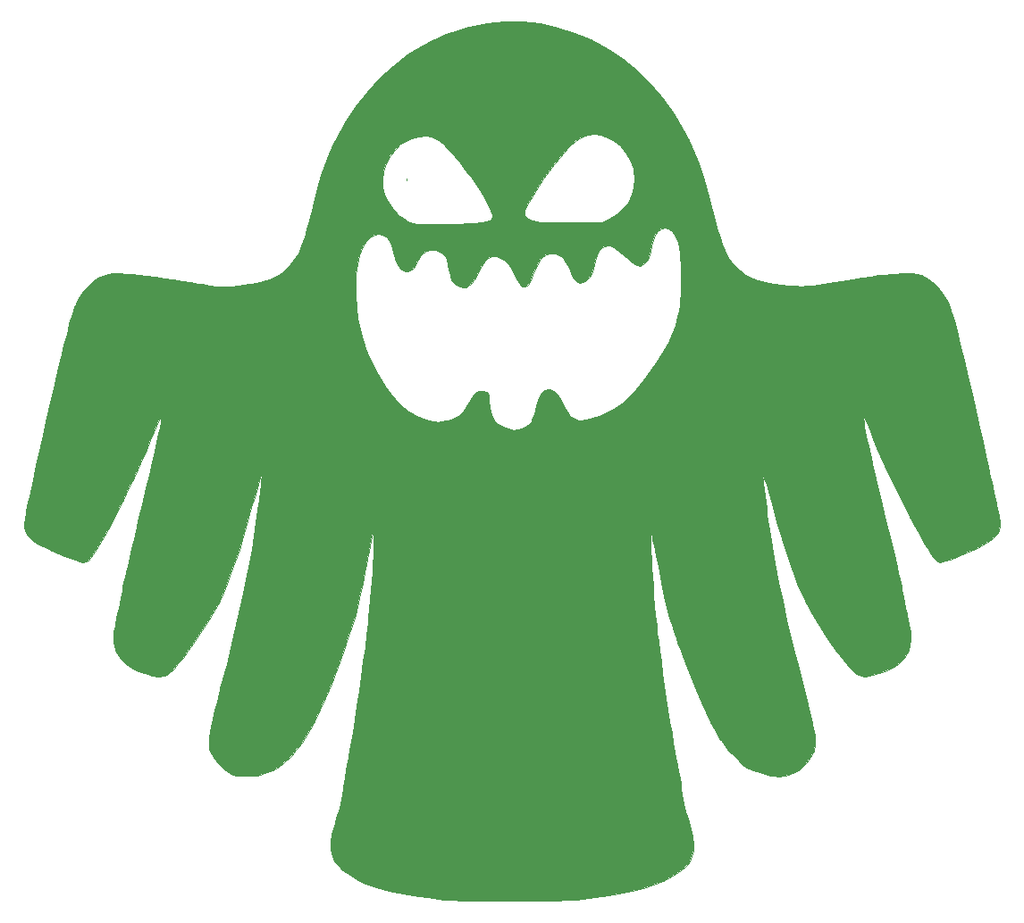
<source format=gbr>
%TF.GenerationSoftware,KiCad,Pcbnew,9.0.6*%
%TF.CreationDate,2026-01-05T12:28:17+01:00*%
%TF.ProjectId,Seegeist,53656567-6569-4737-942e-6b696361645f,rev?*%
%TF.SameCoordinates,Original*%
%TF.FileFunction,Legend,Top*%
%TF.FilePolarity,Positive*%
%FSLAX46Y46*%
G04 Gerber Fmt 4.6, Leading zero omitted, Abs format (unit mm)*
G04 Created by KiCad (PCBNEW 9.0.6) date 2026-01-05 12:28:17*
%MOMM*%
%LPD*%
G01*
G04 APERTURE LIST*
%ADD10C,0.150000*%
%ADD11C,0.120000*%
%ADD12C,0.010000*%
G04 APERTURE END LIST*
D10*
X101830180Y-99513922D02*
X101830180Y-100085350D01*
X100830180Y-99799636D02*
X101830180Y-99799636D01*
X101734942Y-100371065D02*
X101782561Y-100418684D01*
X101782561Y-100418684D02*
X101830180Y-100513922D01*
X101830180Y-100513922D02*
X101830180Y-100752017D01*
X101830180Y-100752017D02*
X101782561Y-100847255D01*
X101782561Y-100847255D02*
X101734942Y-100894874D01*
X101734942Y-100894874D02*
X101639704Y-100942493D01*
X101639704Y-100942493D02*
X101544466Y-100942493D01*
X101544466Y-100942493D02*
X101401609Y-100894874D01*
X101401609Y-100894874D02*
X100830180Y-100323446D01*
X100830180Y-100323446D02*
X100830180Y-100942493D01*
D11*
%TO.C,D2*%
X127290000Y-75332000D02*
X127290000Y-75488000D01*
D12*
%TO.C,G\u002A\u002A\u002A*%
X138292976Y-60438328D02*
X139949168Y-60615718D01*
X141591766Y-60961234D01*
X143217019Y-61474671D01*
X144785027Y-62138504D01*
X146286892Y-62949399D01*
X147715824Y-63909946D01*
X149066284Y-65014453D01*
X150332732Y-66257228D01*
X151509630Y-67632579D01*
X152591441Y-69134816D01*
X153572625Y-70758246D01*
X154043740Y-71653433D01*
X154336339Y-72258316D01*
X154605122Y-72862405D01*
X154857602Y-73487948D01*
X155101289Y-74157193D01*
X155343696Y-74892389D01*
X155592336Y-75715783D01*
X155854720Y-76649625D01*
X156138361Y-77716161D01*
X156291987Y-78311957D01*
X156555525Y-79322527D01*
X156793570Y-80184740D01*
X157013780Y-80916296D01*
X157223814Y-81534895D01*
X157431331Y-82058236D01*
X157643989Y-82504018D01*
X157869445Y-82889942D01*
X158115360Y-83233707D01*
X158389390Y-83553013D01*
X158691996Y-83858684D01*
X159391562Y-84414256D01*
X160172693Y-84826238D01*
X160617693Y-84983799D01*
X161044518Y-85090238D01*
X161596247Y-85197284D01*
X162228598Y-85298515D01*
X162897290Y-85387508D01*
X163558039Y-85457842D01*
X164166562Y-85503094D01*
X164216027Y-85505656D01*
X164551168Y-85519581D01*
X164849310Y-85523250D01*
X165141085Y-85513748D01*
X165457128Y-85488162D01*
X165828072Y-85443576D01*
X166284551Y-85377078D01*
X166857199Y-85285753D01*
X167306360Y-85211675D01*
X168515942Y-85012987D01*
X169575376Y-84844030D01*
X170500841Y-84702773D01*
X171308517Y-84587187D01*
X172014584Y-84495241D01*
X172635221Y-84424905D01*
X173186609Y-84374148D01*
X173684926Y-84340940D01*
X174146352Y-84323250D01*
X174418360Y-84319202D01*
X174917968Y-84317106D01*
X175283674Y-84321197D01*
X175550903Y-84336329D01*
X175755080Y-84367357D01*
X175931630Y-84419133D01*
X176115979Y-84496514D01*
X176281027Y-84574443D01*
X176958800Y-84989360D01*
X177583424Y-85554958D01*
X178141889Y-86257415D01*
X178598279Y-87036882D01*
X178693699Y-87248083D01*
X178799050Y-87523811D01*
X178916126Y-87871277D01*
X179046717Y-88297689D01*
X179192618Y-88810256D01*
X179355621Y-89416188D01*
X179537518Y-90122692D01*
X179740103Y-90936980D01*
X179965169Y-91866258D01*
X180214507Y-92917737D01*
X180489912Y-94098626D01*
X180793175Y-95416134D01*
X181126089Y-96877469D01*
X181490448Y-98489842D01*
X181888043Y-100260460D01*
X181899832Y-100313100D01*
X182177911Y-101555950D01*
X182421117Y-102645524D01*
X182631986Y-103593697D01*
X182813055Y-104412342D01*
X182966860Y-105113334D01*
X183095940Y-105708545D01*
X183202829Y-106209850D01*
X183290066Y-106629124D01*
X183360186Y-106978238D01*
X183415726Y-107269068D01*
X183459224Y-107513488D01*
X183493215Y-107723370D01*
X183515336Y-107874872D01*
X183528494Y-108282510D01*
X183443606Y-108661615D01*
X183251135Y-109020866D01*
X182941545Y-109368938D01*
X182505298Y-109714511D01*
X181932856Y-110066260D01*
X181214684Y-110432864D01*
X180341243Y-110823000D01*
X180218027Y-110874963D01*
X179722205Y-111076889D01*
X179228963Y-111267137D01*
X178768306Y-111435157D01*
X178370234Y-111570396D01*
X178064753Y-111662303D01*
X177881863Y-111700325D01*
X177869928Y-111700767D01*
X177705264Y-111656853D01*
X177512489Y-111520317D01*
X177286976Y-111283968D01*
X177024101Y-110940614D01*
X176719239Y-110483065D01*
X176367763Y-109904128D01*
X175965048Y-109196614D01*
X175506469Y-108353329D01*
X174987401Y-107367084D01*
X174602470Y-106620767D01*
X173611729Y-104635761D01*
X172714632Y-102728039D01*
X171889568Y-100850823D01*
X171461193Y-99820628D01*
X171251001Y-99308770D01*
X171054835Y-98838003D01*
X170884185Y-98435362D01*
X170750544Y-98127881D01*
X170665402Y-97942595D01*
X170651451Y-97915628D01*
X170575858Y-97786121D01*
X170546252Y-97776954D01*
X170553441Y-97906164D01*
X170573060Y-98069433D01*
X170621856Y-98425686D01*
X170685751Y-98824826D01*
X170767220Y-99278011D01*
X170868742Y-99796394D01*
X170992791Y-100391131D01*
X171141844Y-101073378D01*
X171318378Y-101854290D01*
X171524869Y-102745021D01*
X171763794Y-103756727D01*
X172037628Y-104900564D01*
X172348849Y-106187686D01*
X172648587Y-107418942D01*
X172943851Y-108631384D01*
X173200886Y-109692959D01*
X173422738Y-110617025D01*
X173612457Y-111416941D01*
X173773090Y-112106064D01*
X173907686Y-112697753D01*
X174019292Y-113205367D01*
X174110956Y-113642263D01*
X174185728Y-114021800D01*
X174246654Y-114357336D01*
X174286601Y-114597577D01*
X174355959Y-114987604D01*
X174454955Y-115484923D01*
X174571735Y-116032654D01*
X174694447Y-116573917D01*
X174727699Y-116714244D01*
X174916496Y-117591930D01*
X175028118Y-118337921D01*
X175062978Y-118971034D01*
X175021486Y-119510085D01*
X174904057Y-119973891D01*
X174804302Y-120209767D01*
X174437134Y-120797766D01*
X173950718Y-121298285D01*
X173335165Y-121718161D01*
X172580585Y-122064237D01*
X171744697Y-122326031D01*
X171193418Y-122456864D01*
X170763059Y-122518682D01*
X170416037Y-122502061D01*
X170114770Y-122397575D01*
X169821676Y-122195800D01*
X169499172Y-121887309D01*
X169346854Y-121724679D01*
X168619841Y-120879143D01*
X167873114Y-119909686D01*
X167128845Y-118851509D01*
X166409206Y-117739816D01*
X165736371Y-116609810D01*
X165132513Y-115496695D01*
X164619805Y-114435675D01*
X164339766Y-113775100D01*
X164033892Y-112971059D01*
X163702868Y-112044227D01*
X163360402Y-111036627D01*
X163020202Y-109990281D01*
X162695979Y-108947212D01*
X162401439Y-107949443D01*
X162185397Y-107171100D01*
X161914347Y-106166319D01*
X161682170Y-105322511D01*
X161487768Y-104636101D01*
X161330045Y-104103513D01*
X161207904Y-103721171D01*
X161120248Y-103485501D01*
X161065979Y-103392926D01*
X161044001Y-103439872D01*
X161043601Y-103449665D01*
X161052368Y-103596140D01*
X161080433Y-103884556D01*
X161124608Y-104289024D01*
X161181705Y-104783652D01*
X161248536Y-105342548D01*
X161321915Y-105939821D01*
X161398652Y-106549580D01*
X161475562Y-107145933D01*
X161549456Y-107702988D01*
X161617146Y-108194856D01*
X161675446Y-108595643D01*
X161684180Y-108652767D01*
X161935881Y-110186545D01*
X162234905Y-111841313D01*
X162573078Y-113578077D01*
X162942226Y-115357844D01*
X163334176Y-117141624D01*
X163740752Y-118890423D01*
X164153782Y-120565249D01*
X164302096Y-121141100D01*
X164623280Y-122374876D01*
X164903599Y-123456871D01*
X165145639Y-124398964D01*
X165351990Y-125213038D01*
X165525239Y-125910972D01*
X165667974Y-126504648D01*
X165782782Y-127005947D01*
X165872253Y-127426750D01*
X165938974Y-127778938D01*
X165985533Y-128074392D01*
X166014518Y-128324992D01*
X166028516Y-128542620D01*
X166030117Y-128739156D01*
X166021907Y-128926482D01*
X166015875Y-129008778D01*
X165890562Y-129617951D01*
X165610110Y-130208553D01*
X165167665Y-130794914D01*
X165154936Y-130809123D01*
X164571652Y-131346194D01*
X163930661Y-131724070D01*
X163231927Y-131942766D01*
X162475411Y-132002296D01*
X162237871Y-131989177D01*
X161796544Y-131922519D01*
X161272526Y-131798144D01*
X160717401Y-131632665D01*
X160182753Y-131442694D01*
X159720167Y-131244844D01*
X159420611Y-131081894D01*
X159085904Y-130827962D01*
X158689226Y-130464801D01*
X158260915Y-130025137D01*
X157831311Y-129541701D01*
X157430754Y-129047219D01*
X157089584Y-128574420D01*
X157072972Y-128549433D01*
X156656183Y-127869372D01*
X156205321Y-127041390D01*
X155727636Y-126081782D01*
X155230376Y-125006840D01*
X154720789Y-123832860D01*
X154206125Y-122576135D01*
X153693632Y-121252959D01*
X153190559Y-119879625D01*
X153091583Y-119600005D01*
X152847490Y-118895813D01*
X152629135Y-118239469D01*
X152431027Y-117609088D01*
X152247676Y-116982791D01*
X152073592Y-116338695D01*
X151903285Y-115654919D01*
X151731264Y-114909580D01*
X151552039Y-114080798D01*
X151360120Y-113146691D01*
X151150017Y-112085376D01*
X150960942Y-111108100D01*
X150826720Y-110416514D01*
X150718552Y-109878162D01*
X150633064Y-109479520D01*
X150566879Y-109207065D01*
X150516622Y-109047275D01*
X150478916Y-108986627D01*
X150450386Y-109011598D01*
X150443111Y-109033767D01*
X150419881Y-109228709D01*
X150412697Y-109575186D01*
X150420446Y-110056268D01*
X150442017Y-110655028D01*
X150476300Y-111354539D01*
X150522181Y-112137871D01*
X150578550Y-112988098D01*
X150644296Y-113888290D01*
X150718307Y-114821521D01*
X150799470Y-115770862D01*
X150886676Y-116719384D01*
X150978813Y-117650161D01*
X151057390Y-118389433D01*
X151150768Y-119189533D01*
X151268188Y-120116773D01*
X151405544Y-121143785D01*
X151558727Y-122243202D01*
X151723627Y-123387657D01*
X151896137Y-124549782D01*
X152072148Y-125702209D01*
X152247552Y-126817571D01*
X152418239Y-127868501D01*
X152580102Y-128827631D01*
X152729031Y-129667594D01*
X152834652Y-130227950D01*
X152952698Y-130849460D01*
X153071836Y-131506732D01*
X153183136Y-132148383D01*
X153277671Y-132723030D01*
X153342417Y-133150170D01*
X153429368Y-133748607D01*
X153505539Y-134223548D01*
X153580726Y-134619572D01*
X153664725Y-134981263D01*
X153767332Y-135353200D01*
X153898342Y-135779967D01*
X153968634Y-136000100D01*
X154243564Y-136932857D01*
X154422752Y-137740840D01*
X154503152Y-138440984D01*
X154481717Y-139050227D01*
X154355398Y-139585503D01*
X154121149Y-140063748D01*
X153775922Y-140501898D01*
X153316670Y-140916890D01*
X153047765Y-141117852D01*
X152360384Y-141554056D01*
X151586215Y-141945605D01*
X150711896Y-142296710D01*
X149724060Y-142611585D01*
X148609344Y-142894443D01*
X147354382Y-143149497D01*
X145945809Y-143380960D01*
X145801027Y-143402238D01*
X145211961Y-143483329D01*
X144579367Y-143562596D01*
X143964002Y-143632915D01*
X143426625Y-143687161D01*
X143218693Y-143705045D01*
X142834755Y-143728176D01*
X142303889Y-143749477D01*
X141648495Y-143768774D01*
X140890972Y-143785893D01*
X140053716Y-143800659D01*
X139159128Y-143812899D01*
X138229605Y-143822439D01*
X137287545Y-143829105D01*
X136355348Y-143832722D01*
X135455411Y-143833117D01*
X134610133Y-143830116D01*
X133841913Y-143823545D01*
X133173148Y-143813229D01*
X132626238Y-143798995D01*
X132381360Y-143789239D01*
X131788913Y-143759327D01*
X131279356Y-143727796D01*
X130812425Y-143690448D01*
X130347854Y-143643086D01*
X129845377Y-143581513D01*
X129264730Y-143501531D01*
X128565647Y-143398945D01*
X128402027Y-143374437D01*
X126935360Y-143125940D01*
X125626565Y-142843290D01*
X124467033Y-142523288D01*
X123448156Y-142162735D01*
X122561325Y-141758433D01*
X121797932Y-141307182D01*
X121149367Y-140805783D01*
X120926036Y-140596294D01*
X120580920Y-140202695D01*
X120328801Y-139786968D01*
X120168560Y-139330876D01*
X120099080Y-138816180D01*
X120119243Y-138224642D01*
X120227933Y-137538024D01*
X120424030Y-136738087D01*
X120644419Y-136000100D01*
X120800563Y-135496017D01*
X120922308Y-135069231D01*
X121019917Y-134672869D01*
X121103656Y-134260056D01*
X121183789Y-133783918D01*
X121270581Y-133197579D01*
X121293330Y-133036767D01*
X121351196Y-132657697D01*
X121434809Y-132153627D01*
X121536984Y-131565653D01*
X121650538Y-130934876D01*
X121768289Y-130302394D01*
X121803875Y-130115767D01*
X121992892Y-129088836D01*
X122193213Y-127924719D01*
X122400287Y-126654821D01*
X122609566Y-125310544D01*
X122816501Y-123923294D01*
X123016541Y-122524473D01*
X123205138Y-121145486D01*
X123377742Y-119817736D01*
X123529804Y-118572628D01*
X123656775Y-117441565D01*
X123698850Y-117034767D01*
X123783256Y-116159093D01*
X123862306Y-115269696D01*
X123935161Y-114381862D01*
X124000984Y-113510876D01*
X124058939Y-112672022D01*
X124108187Y-111880588D01*
X124147892Y-111151856D01*
X124177216Y-110501114D01*
X124195322Y-109943646D01*
X124201373Y-109494738D01*
X124194532Y-109169675D01*
X124173960Y-108983743D01*
X124141758Y-108949100D01*
X124103367Y-109050987D01*
X124038807Y-109297885D01*
X123952840Y-109668319D01*
X123850226Y-110140816D01*
X123735725Y-110693901D01*
X123614098Y-111306101D01*
X123578660Y-111489100D01*
X123347256Y-112678521D01*
X123136949Y-113726166D01*
X122940795Y-114657254D01*
X122751852Y-115497005D01*
X122563173Y-116270637D01*
X122367816Y-117003369D01*
X122158837Y-117720422D01*
X121929291Y-118447013D01*
X121672233Y-119208363D01*
X121380721Y-120029691D01*
X121047810Y-120936215D01*
X120781110Y-121649100D01*
X120175538Y-123209225D01*
X119591308Y-124610477D01*
X119023966Y-125861342D01*
X118469058Y-126970304D01*
X117922132Y-127945848D01*
X117378734Y-128796459D01*
X116834410Y-129530620D01*
X116353664Y-130084373D01*
X115781073Y-130640247D01*
X115214256Y-131069993D01*
X114601655Y-131406816D01*
X113891713Y-131683920D01*
X113847160Y-131698632D01*
X113428056Y-131829233D01*
X113091305Y-131911857D01*
X112769038Y-131957129D01*
X112393387Y-131975670D01*
X112059580Y-131978433D01*
X111639222Y-131975324D01*
X111338554Y-131959878D01*
X111107961Y-131922912D01*
X110897830Y-131855245D01*
X110658546Y-131747698D01*
X110564478Y-131701768D01*
X110021041Y-131357075D01*
X109508939Y-130889295D01*
X109072881Y-130344145D01*
X108831058Y-129929296D01*
X108707923Y-129656137D01*
X108636494Y-129417166D01*
X108604475Y-129147846D01*
X108599566Y-128783640D01*
X108600380Y-128718767D01*
X108622607Y-128309221D01*
X108680409Y-127827960D01*
X108776803Y-127260526D01*
X108914806Y-126592462D01*
X109097436Y-125809314D01*
X109327709Y-124896625D01*
X109608644Y-123839938D01*
X109651804Y-123681100D01*
X110259341Y-121384605D01*
X110827896Y-119102579D01*
X111353316Y-116854884D01*
X111831444Y-114661382D01*
X112258127Y-112541935D01*
X112629209Y-110516406D01*
X112940534Y-108604657D01*
X113187949Y-106826550D01*
X113203034Y-106705433D01*
X113315271Y-105791578D01*
X113406497Y-105036765D01*
X113477703Y-104432139D01*
X113529878Y-103968846D01*
X113564011Y-103638029D01*
X113581093Y-103430834D01*
X113582113Y-103338404D01*
X113580030Y-103332256D01*
X113541605Y-103390054D01*
X113465299Y-103594533D01*
X113356247Y-103928594D01*
X113219580Y-104375140D01*
X113060433Y-104917072D01*
X112883937Y-105537292D01*
X112695227Y-106218701D01*
X112529268Y-106832433D01*
X112186372Y-108067832D01*
X111821537Y-109296372D01*
X111442190Y-110496949D01*
X111055754Y-111648458D01*
X110669655Y-112729795D01*
X110291319Y-113719855D01*
X109928170Y-114597534D01*
X109587632Y-115341727D01*
X109417285Y-115677776D01*
X109015400Y-116407091D01*
X108569377Y-117164680D01*
X108091758Y-117933030D01*
X107595079Y-118694628D01*
X107091881Y-119431963D01*
X106594702Y-120127520D01*
X106116082Y-120763788D01*
X105668559Y-121323255D01*
X105264672Y-121788406D01*
X104916961Y-122141730D01*
X104637963Y-122365715D01*
X104621296Y-122376119D01*
X104268364Y-122504915D01*
X103801376Y-122527659D01*
X103213796Y-122444173D01*
X102736331Y-122325019D01*
X101891472Y-122041378D01*
X101196272Y-121708671D01*
X100635496Y-121316342D01*
X100193907Y-120853836D01*
X99870950Y-120339905D01*
X99709445Y-119980725D01*
X99599332Y-119624704D01*
X99540956Y-119246529D01*
X99534661Y-118820886D01*
X99580792Y-118322461D01*
X99679693Y-117725942D01*
X99831708Y-117006015D01*
X99921607Y-116617796D01*
X100034517Y-116117039D01*
X100146846Y-115579690D01*
X100243954Y-115077813D01*
X100300065Y-114755129D01*
X100356497Y-114419847D01*
X100423541Y-114056139D01*
X100504456Y-113649642D01*
X100602502Y-113185991D01*
X100720939Y-112650820D01*
X100863027Y-112029767D01*
X101032027Y-111308467D01*
X101231197Y-110472554D01*
X101463799Y-109507665D01*
X101733092Y-108399436D01*
X101867530Y-107848433D01*
X102267446Y-106203543D01*
X102624610Y-104718456D01*
X102939864Y-103389348D01*
X103214049Y-102212396D01*
X103448007Y-101183776D01*
X103642578Y-100299666D01*
X103798604Y-99556242D01*
X103916927Y-98949680D01*
X103998388Y-98476158D01*
X104043829Y-98131852D01*
X104054091Y-97912939D01*
X104054087Y-97912853D01*
X104021223Y-97903327D01*
X103932020Y-98047892D01*
X103788688Y-98341750D01*
X103593437Y-98780100D01*
X103348478Y-99358146D01*
X103056019Y-100071088D01*
X103026611Y-100143767D01*
X102665336Y-101014136D01*
X102267605Y-101930544D01*
X101840811Y-102878693D01*
X101392351Y-103844289D01*
X100929620Y-104813036D01*
X100460012Y-105770640D01*
X99990924Y-106702804D01*
X99529750Y-107595234D01*
X99083886Y-108433635D01*
X98660727Y-109203711D01*
X98267668Y-109891167D01*
X97912105Y-110481707D01*
X97601432Y-110961036D01*
X97343045Y-111314860D01*
X97144340Y-111528883D01*
X97131382Y-111539427D01*
X96905543Y-111664077D01*
X96635438Y-111684566D01*
X96567360Y-111677953D01*
X96294135Y-111617219D01*
X95901084Y-111490843D01*
X95417013Y-111311605D01*
X94870725Y-111092279D01*
X94291024Y-110845644D01*
X93706715Y-110584475D01*
X93146602Y-110321550D01*
X92639488Y-110069646D01*
X92214179Y-109841538D01*
X91899478Y-109650005D01*
X91763017Y-109546869D01*
X91398452Y-109153839D01*
X91185405Y-108750417D01*
X91107526Y-108304018D01*
X91106476Y-108238785D01*
X91108991Y-108082622D01*
X91118137Y-107916529D01*
X91136428Y-107727898D01*
X91166379Y-107504118D01*
X91210502Y-107232581D01*
X91271313Y-106900677D01*
X91351325Y-106495797D01*
X91453052Y-106005332D01*
X91579009Y-105416672D01*
X91731710Y-104717207D01*
X91913668Y-103894330D01*
X92127398Y-102935430D01*
X92375413Y-101827898D01*
X92458825Y-101456100D01*
X92860393Y-99669164D01*
X93227904Y-98039623D01*
X93563415Y-96559436D01*
X93868983Y-95220559D01*
X94146666Y-94014950D01*
X94398521Y-92934568D01*
X94626605Y-91971369D01*
X94832976Y-91117312D01*
X95019689Y-90364355D01*
X95188804Y-89704454D01*
X95342376Y-89129568D01*
X95482463Y-88631655D01*
X95611123Y-88202673D01*
X95730412Y-87834578D01*
X95842387Y-87519330D01*
X95949107Y-87248884D01*
X96052628Y-87015201D01*
X96155007Y-86810236D01*
X96247804Y-86643792D01*
X96585819Y-86141111D01*
X96994916Y-85649333D01*
X97436419Y-85208573D01*
X97871651Y-84858942D01*
X98111676Y-84710666D01*
X98552962Y-84508526D01*
X99008090Y-84374836D01*
X99513543Y-84304706D01*
X100105804Y-84293243D01*
X100821355Y-84335556D01*
X100874705Y-84340202D01*
X101356524Y-84389377D01*
X101974568Y-84462541D01*
X102698124Y-84555312D01*
X103496479Y-84663308D01*
X104338919Y-84782144D01*
X105194730Y-84907440D01*
X106033199Y-85034813D01*
X106823611Y-85159879D01*
X107535254Y-85278258D01*
X107912693Y-85344438D01*
X108658285Y-85464000D01*
X109325487Y-85534846D01*
X109968237Y-85557959D01*
X110640469Y-85534317D01*
X111396121Y-85464901D01*
X111807360Y-85415220D01*
X112475669Y-85320086D01*
X122460839Y-85320086D01*
X122469197Y-86368322D01*
X122550799Y-87463651D01*
X122698522Y-88534453D01*
X122901766Y-89610286D01*
X123132634Y-90561143D01*
X123407505Y-91431007D01*
X123742762Y-92263859D01*
X124154784Y-93103685D01*
X124659951Y-93994466D01*
X124846175Y-94301071D01*
X125383551Y-95136188D01*
X125887071Y-95832597D01*
X126377727Y-96411795D01*
X126876511Y-96895278D01*
X127404412Y-97304545D01*
X127982423Y-97661091D01*
X128280586Y-97818187D01*
X128887743Y-98098980D01*
X129410803Y-98280861D01*
X129894420Y-98374902D01*
X130383248Y-98392177D01*
X130556813Y-98382662D01*
X131192495Y-98295036D01*
X131730899Y-98122914D01*
X132196906Y-97848643D01*
X132615394Y-97454567D01*
X133011244Y-96923033D01*
X133302139Y-96434598D01*
X133548514Y-96012343D01*
X133755627Y-95724808D01*
X133950151Y-95550742D01*
X134158757Y-95468894D01*
X134408117Y-95458014D01*
X134515703Y-95467681D01*
X134808949Y-95528295D01*
X134994635Y-95651088D01*
X135094731Y-95867310D01*
X135131204Y-96208208D01*
X135133027Y-96345781D01*
X135181978Y-97098567D01*
X135332756Y-97720371D01*
X135591242Y-98219744D01*
X135963321Y-98605236D01*
X136454875Y-98885396D01*
X136995693Y-99052652D01*
X137250276Y-99109905D01*
X137423411Y-99150369D01*
X137470970Y-99163004D01*
X137551780Y-99152589D01*
X137749861Y-99118263D01*
X137934659Y-99083986D01*
X138445910Y-98922851D01*
X138862400Y-98660646D01*
X139154355Y-98316987D01*
X139185459Y-98259839D01*
X139281371Y-98020056D01*
X139385075Y-97681675D01*
X139475905Y-97313023D01*
X139485163Y-97269001D01*
X139672414Y-96545843D01*
X139899368Y-95985114D01*
X140160275Y-95587622D01*
X140449389Y-95354179D01*
X140760959Y-95285594D01*
X141089239Y-95382676D01*
X141428479Y-95646237D01*
X141772932Y-96077085D01*
X142116849Y-96676031D01*
X142216970Y-96884100D01*
X142519357Y-97443608D01*
X142840605Y-97845618D01*
X143194593Y-98101890D01*
X143595202Y-98224184D01*
X143815701Y-98238767D01*
X144204510Y-98200025D01*
X144694413Y-98093022D01*
X145238400Y-97931591D01*
X145789462Y-97729565D01*
X146266918Y-97517461D01*
X146988876Y-97114193D01*
X147684960Y-96622249D01*
X148367713Y-96028835D01*
X149049679Y-95321156D01*
X149743403Y-94486420D01*
X150461427Y-93511831D01*
X151053951Y-92634831D01*
X151638669Y-91700825D01*
X152112353Y-90849670D01*
X152488771Y-90049771D01*
X152781694Y-89269532D01*
X153004890Y-88477361D01*
X153133583Y-87863144D01*
X153189792Y-87451440D01*
X153234473Y-86915432D01*
X153267569Y-86286158D01*
X153289028Y-85594656D01*
X153298793Y-84871965D01*
X153296812Y-84149121D01*
X153283029Y-83457163D01*
X153257390Y-82827129D01*
X153219840Y-82290056D01*
X153170326Y-81876983D01*
X153144322Y-81740688D01*
X152964750Y-81145517D01*
X152727687Y-80662501D01*
X152444899Y-80303015D01*
X152128149Y-80078434D01*
X151789200Y-80000133D01*
X151439818Y-80079485D01*
X151430661Y-80083773D01*
X151136433Y-80300642D01*
X150891334Y-80653871D01*
X150689632Y-81153939D01*
X150549622Y-81694785D01*
X150408704Y-82286221D01*
X150265925Y-82734227D01*
X150110615Y-83064479D01*
X149932103Y-83302650D01*
X149849211Y-83380082D01*
X149613742Y-83539530D01*
X149384251Y-83598306D01*
X149137123Y-83548873D01*
X148848745Y-83383696D01*
X148495504Y-83095237D01*
X148254314Y-82871074D01*
X147808177Y-82473863D01*
X147367119Y-82135374D01*
X146957891Y-81872794D01*
X146607240Y-81703311D01*
X146344730Y-81644100D01*
X146047604Y-81718217D01*
X145746952Y-81915888D01*
X145493000Y-82200092D01*
X145416514Y-82328226D01*
X145334331Y-82536526D01*
X145243111Y-82841710D01*
X145170254Y-83143641D01*
X144998983Y-83824743D01*
X144803491Y-84350788D01*
X144576032Y-84735251D01*
X144308855Y-84991606D01*
X144032076Y-85122725D01*
X143777446Y-85178043D01*
X143568695Y-85161894D01*
X143385953Y-85056561D01*
X143209352Y-84844326D01*
X143019022Y-84507474D01*
X142795095Y-84028287D01*
X142788792Y-84014101D01*
X142600247Y-83612586D01*
X142408688Y-83244303D01*
X142236863Y-82950756D01*
X142110467Y-82776573D01*
X141795120Y-82553195D01*
X141396069Y-82435646D01*
X140962948Y-82425374D01*
X140545390Y-82523826D01*
X140206376Y-82721022D01*
X140040373Y-82883859D01*
X139888611Y-83091713D01*
X139734595Y-83374499D01*
X139561827Y-83762135D01*
X139376260Y-84226433D01*
X139160811Y-84747023D01*
X138970556Y-85123435D01*
X138792738Y-85376515D01*
X138614605Y-85527113D01*
X138564728Y-85552941D01*
X138423830Y-85597179D01*
X138298640Y-85576406D01*
X138171521Y-85471754D01*
X138024837Y-85264357D01*
X137840950Y-84935348D01*
X137663973Y-84589391D01*
X137307723Y-83945491D01*
X136954998Y-83452373D01*
X136588308Y-83092795D01*
X136190165Y-82849515D01*
X135755631Y-82707965D01*
X135399924Y-82712242D01*
X135043994Y-82857172D01*
X134736386Y-83121248D01*
X134689515Y-83180283D01*
X134558612Y-83379966D01*
X134381559Y-83682153D01*
X134186792Y-84037324D01*
X134081708Y-84238710D01*
X133879311Y-84606866D01*
X133664818Y-84952231D01*
X133471394Y-85223096D01*
X133389304Y-85318210D01*
X133175708Y-85511332D01*
X132981974Y-85601206D01*
X132731031Y-85623432D01*
X132728472Y-85623433D01*
X132309934Y-85542735D01*
X131920457Y-85315670D01*
X131645540Y-85028029D01*
X131556260Y-84839953D01*
X131459135Y-84522087D01*
X131365163Y-84112923D01*
X131328293Y-83917535D01*
X131228662Y-83401872D01*
X131129108Y-83023461D01*
X131013018Y-82751043D01*
X130863777Y-82553361D01*
X130664771Y-82399158D01*
X130462083Y-82287843D01*
X129994634Y-82112130D01*
X129581037Y-82085680D01*
X129196203Y-82207945D01*
X129106953Y-82258367D01*
X128833457Y-82456521D01*
X128605543Y-82703493D01*
X128387335Y-83043066D01*
X128246932Y-83307914D01*
X127973605Y-83737038D01*
X127670443Y-84000274D01*
X127336242Y-84098628D01*
X127301360Y-84099433D01*
X127005105Y-84047797D01*
X126748510Y-83884417D01*
X126522969Y-83596583D01*
X126319875Y-83171586D01*
X126130622Y-82596717D01*
X126032784Y-82226105D01*
X125866495Y-81652712D01*
X125681550Y-81225346D01*
X125463262Y-80920744D01*
X125196945Y-80715647D01*
X125030844Y-80639162D01*
X124624718Y-80564060D01*
X124225880Y-80654139D01*
X123826012Y-80911319D01*
X123816697Y-80919249D01*
X123435133Y-81347566D01*
X123112659Y-81919365D01*
X122851634Y-82618582D01*
X122654416Y-83429151D01*
X122523365Y-84335007D01*
X122460839Y-85320086D01*
X112475669Y-85320086D01*
X112682575Y-85290633D01*
X113414349Y-85154406D01*
X114028569Y-84996398D01*
X114551119Y-84806466D01*
X115007886Y-84574470D01*
X115424755Y-84290266D01*
X115827613Y-83943713D01*
X116005557Y-83770415D01*
X116312719Y-83446825D01*
X116582015Y-83123662D01*
X116821400Y-82782338D01*
X117038827Y-82404265D01*
X117242246Y-81970857D01*
X117439613Y-81463524D01*
X117638878Y-80863681D01*
X117847996Y-80152739D01*
X118074918Y-79312110D01*
X118315447Y-78371612D01*
X118607646Y-77229187D01*
X118875379Y-76230809D01*
X119126123Y-75354230D01*
X119131083Y-75338252D01*
X124996879Y-75338252D01*
X125026704Y-76059588D01*
X125035053Y-76111000D01*
X125238287Y-76846659D01*
X125579854Y-77560960D01*
X126035137Y-78219197D01*
X126579520Y-78786663D01*
X127188385Y-79228650D01*
X127284480Y-79282371D01*
X127605931Y-79438277D01*
X127904562Y-79535341D01*
X128253563Y-79593326D01*
X128529027Y-79618448D01*
X128929957Y-79637449D01*
X129467519Y-79646449D01*
X130109342Y-79646043D01*
X130823056Y-79636826D01*
X131576292Y-79619395D01*
X132336679Y-79594345D01*
X133071847Y-79562271D01*
X133749426Y-79523769D01*
X133778360Y-79521874D01*
X134400274Y-79470910D01*
X134865600Y-79402343D01*
X135187012Y-79303352D01*
X135377188Y-79161120D01*
X135448803Y-78962828D01*
X135414535Y-78695657D01*
X135374042Y-78584837D01*
X138451578Y-78584837D01*
X138469645Y-78781926D01*
X138574486Y-78944275D01*
X138625527Y-78994246D01*
X138788611Y-79118015D01*
X138992514Y-79221088D01*
X139252333Y-79305070D01*
X139583162Y-79371564D01*
X140000099Y-79422174D01*
X140518237Y-79458506D01*
X141152674Y-79482163D01*
X141918504Y-79494749D01*
X142830824Y-79497869D01*
X143350416Y-79496364D01*
X145852805Y-79485100D01*
X146509441Y-79160409D01*
X147202944Y-78731089D01*
X147794503Y-78190444D01*
X148273695Y-77560228D01*
X148630098Y-76862193D01*
X148853288Y-76118092D01*
X148932843Y-75349679D01*
X148858338Y-74578707D01*
X148807937Y-74363407D01*
X148507543Y-73546384D01*
X148071367Y-72816111D01*
X147514024Y-72187543D01*
X146850127Y-71675632D01*
X146094292Y-71295332D01*
X145672583Y-71155331D01*
X145103596Y-71066720D01*
X144541856Y-71123766D01*
X143976545Y-71330879D01*
X143396846Y-71692469D01*
X142791940Y-72212945D01*
X142595077Y-72409855D01*
X142210323Y-72834507D01*
X141768542Y-73368438D01*
X141289773Y-73983296D01*
X140794054Y-74650729D01*
X140301425Y-75342386D01*
X139831925Y-76029914D01*
X139405593Y-76684964D01*
X139042467Y-77279182D01*
X138762587Y-77784217D01*
X138683662Y-77943816D01*
X138522259Y-78317352D01*
X138451578Y-78584837D01*
X135374042Y-78584837D01*
X135287058Y-78346788D01*
X135177715Y-78106811D01*
X134825650Y-77422627D01*
X134400924Y-76691192D01*
X133919678Y-75933623D01*
X133398052Y-75171042D01*
X132852189Y-74424568D01*
X132298229Y-73715322D01*
X131752313Y-73064422D01*
X131230582Y-72492990D01*
X130749179Y-72022145D01*
X130324242Y-71673007D01*
X130192514Y-71583894D01*
X129662483Y-71347573D01*
X129062943Y-71254783D01*
X128413417Y-71305015D01*
X127733430Y-71497762D01*
X127367751Y-71657336D01*
X126744021Y-72050659D01*
X126191734Y-72570215D01*
X125725883Y-73187378D01*
X125361461Y-73873522D01*
X125113462Y-74600022D01*
X124996879Y-75338252D01*
X119131083Y-75338252D01*
X119367354Y-74577204D01*
X119606550Y-73877485D01*
X119851188Y-73232826D01*
X120108745Y-72620979D01*
X120386697Y-72019699D01*
X120586163Y-71615432D01*
X121475376Y-70012205D01*
X122478719Y-68494648D01*
X123583522Y-67077521D01*
X124777116Y-65775584D01*
X126046830Y-64603595D01*
X127379994Y-63576314D01*
X127640027Y-63398303D01*
X128204719Y-63045800D01*
X128878170Y-62667424D01*
X129610109Y-62288318D01*
X130350262Y-61933624D01*
X131048359Y-61628484D01*
X131607291Y-61414164D01*
X133280348Y-60916984D01*
X134954815Y-60588755D01*
X136626941Y-60429272D01*
X138292976Y-60438328D01*
G36*
X138292976Y-60438328D02*
G01*
X139949168Y-60615718D01*
X141591766Y-60961234D01*
X143217019Y-61474671D01*
X144785027Y-62138504D01*
X146286892Y-62949399D01*
X147715824Y-63909946D01*
X149066284Y-65014453D01*
X150332732Y-66257228D01*
X151509630Y-67632579D01*
X152591441Y-69134816D01*
X153572625Y-70758246D01*
X154043740Y-71653433D01*
X154336339Y-72258316D01*
X154605122Y-72862405D01*
X154857602Y-73487948D01*
X155101289Y-74157193D01*
X155343696Y-74892389D01*
X155592336Y-75715783D01*
X155854720Y-76649625D01*
X156138361Y-77716161D01*
X156291987Y-78311957D01*
X156555525Y-79322527D01*
X156793570Y-80184740D01*
X157013780Y-80916296D01*
X157223814Y-81534895D01*
X157431331Y-82058236D01*
X157643989Y-82504018D01*
X157869445Y-82889942D01*
X158115360Y-83233707D01*
X158389390Y-83553013D01*
X158691996Y-83858684D01*
X159391562Y-84414256D01*
X160172693Y-84826238D01*
X160617693Y-84983799D01*
X161044518Y-85090238D01*
X161596247Y-85197284D01*
X162228598Y-85298515D01*
X162897290Y-85387508D01*
X163558039Y-85457842D01*
X164166562Y-85503094D01*
X164216027Y-85505656D01*
X164551168Y-85519581D01*
X164849310Y-85523250D01*
X165141085Y-85513748D01*
X165457128Y-85488162D01*
X165828072Y-85443576D01*
X166284551Y-85377078D01*
X166857199Y-85285753D01*
X167306360Y-85211675D01*
X168515942Y-85012987D01*
X169575376Y-84844030D01*
X170500841Y-84702773D01*
X171308517Y-84587187D01*
X172014584Y-84495241D01*
X172635221Y-84424905D01*
X173186609Y-84374148D01*
X173684926Y-84340940D01*
X174146352Y-84323250D01*
X174418360Y-84319202D01*
X174917968Y-84317106D01*
X175283674Y-84321197D01*
X175550903Y-84336329D01*
X175755080Y-84367357D01*
X175931630Y-84419133D01*
X176115979Y-84496514D01*
X176281027Y-84574443D01*
X176958800Y-84989360D01*
X177583424Y-85554958D01*
X178141889Y-86257415D01*
X178598279Y-87036882D01*
X178693699Y-87248083D01*
X178799050Y-87523811D01*
X178916126Y-87871277D01*
X179046717Y-88297689D01*
X179192618Y-88810256D01*
X179355621Y-89416188D01*
X179537518Y-90122692D01*
X179740103Y-90936980D01*
X179965169Y-91866258D01*
X180214507Y-92917737D01*
X180489912Y-94098626D01*
X180793175Y-95416134D01*
X181126089Y-96877469D01*
X181490448Y-98489842D01*
X181888043Y-100260460D01*
X181899832Y-100313100D01*
X182177911Y-101555950D01*
X182421117Y-102645524D01*
X182631986Y-103593697D01*
X182813055Y-104412342D01*
X182966860Y-105113334D01*
X183095940Y-105708545D01*
X183202829Y-106209850D01*
X183290066Y-106629124D01*
X183360186Y-106978238D01*
X183415726Y-107269068D01*
X183459224Y-107513488D01*
X183493215Y-107723370D01*
X183515336Y-107874872D01*
X183528494Y-108282510D01*
X183443606Y-108661615D01*
X183251135Y-109020866D01*
X182941545Y-109368938D01*
X182505298Y-109714511D01*
X181932856Y-110066260D01*
X181214684Y-110432864D01*
X180341243Y-110823000D01*
X180218027Y-110874963D01*
X179722205Y-111076889D01*
X179228963Y-111267137D01*
X178768306Y-111435157D01*
X178370234Y-111570396D01*
X178064753Y-111662303D01*
X177881863Y-111700325D01*
X177869928Y-111700767D01*
X177705264Y-111656853D01*
X177512489Y-111520317D01*
X177286976Y-111283968D01*
X177024101Y-110940614D01*
X176719239Y-110483065D01*
X176367763Y-109904128D01*
X175965048Y-109196614D01*
X175506469Y-108353329D01*
X174987401Y-107367084D01*
X174602470Y-106620767D01*
X173611729Y-104635761D01*
X172714632Y-102728039D01*
X171889568Y-100850823D01*
X171461193Y-99820628D01*
X171251001Y-99308770D01*
X171054835Y-98838003D01*
X170884185Y-98435362D01*
X170750544Y-98127881D01*
X170665402Y-97942595D01*
X170651451Y-97915628D01*
X170575858Y-97786121D01*
X170546252Y-97776954D01*
X170553441Y-97906164D01*
X170573060Y-98069433D01*
X170621856Y-98425686D01*
X170685751Y-98824826D01*
X170767220Y-99278011D01*
X170868742Y-99796394D01*
X170992791Y-100391131D01*
X171141844Y-101073378D01*
X171318378Y-101854290D01*
X171524869Y-102745021D01*
X171763794Y-103756727D01*
X172037628Y-104900564D01*
X172348849Y-106187686D01*
X172648587Y-107418942D01*
X172943851Y-108631384D01*
X173200886Y-109692959D01*
X173422738Y-110617025D01*
X173612457Y-111416941D01*
X173773090Y-112106064D01*
X173907686Y-112697753D01*
X174019292Y-113205367D01*
X174110956Y-113642263D01*
X174185728Y-114021800D01*
X174246654Y-114357336D01*
X174286601Y-114597577D01*
X174355959Y-114987604D01*
X174454955Y-115484923D01*
X174571735Y-116032654D01*
X174694447Y-116573917D01*
X174727699Y-116714244D01*
X174916496Y-117591930D01*
X175028118Y-118337921D01*
X175062978Y-118971034D01*
X175021486Y-119510085D01*
X174904057Y-119973891D01*
X174804302Y-120209767D01*
X174437134Y-120797766D01*
X173950718Y-121298285D01*
X173335165Y-121718161D01*
X172580585Y-122064237D01*
X171744697Y-122326031D01*
X171193418Y-122456864D01*
X170763059Y-122518682D01*
X170416037Y-122502061D01*
X170114770Y-122397575D01*
X169821676Y-122195800D01*
X169499172Y-121887309D01*
X169346854Y-121724679D01*
X168619841Y-120879143D01*
X167873114Y-119909686D01*
X167128845Y-118851509D01*
X166409206Y-117739816D01*
X165736371Y-116609810D01*
X165132513Y-115496695D01*
X164619805Y-114435675D01*
X164339766Y-113775100D01*
X164033892Y-112971059D01*
X163702868Y-112044227D01*
X163360402Y-111036627D01*
X163020202Y-109990281D01*
X162695979Y-108947212D01*
X162401439Y-107949443D01*
X162185397Y-107171100D01*
X161914347Y-106166319D01*
X161682170Y-105322511D01*
X161487768Y-104636101D01*
X161330045Y-104103513D01*
X161207904Y-103721171D01*
X161120248Y-103485501D01*
X161065979Y-103392926D01*
X161044001Y-103439872D01*
X161043601Y-103449665D01*
X161052368Y-103596140D01*
X161080433Y-103884556D01*
X161124608Y-104289024D01*
X161181705Y-104783652D01*
X161248536Y-105342548D01*
X161321915Y-105939821D01*
X161398652Y-106549580D01*
X161475562Y-107145933D01*
X161549456Y-107702988D01*
X161617146Y-108194856D01*
X161675446Y-108595643D01*
X161684180Y-108652767D01*
X161935881Y-110186545D01*
X162234905Y-111841313D01*
X162573078Y-113578077D01*
X162942226Y-115357844D01*
X163334176Y-117141624D01*
X163740752Y-118890423D01*
X164153782Y-120565249D01*
X164302096Y-121141100D01*
X164623280Y-122374876D01*
X164903599Y-123456871D01*
X165145639Y-124398964D01*
X165351990Y-125213038D01*
X165525239Y-125910972D01*
X165667974Y-126504648D01*
X165782782Y-127005947D01*
X165872253Y-127426750D01*
X165938974Y-127778938D01*
X165985533Y-128074392D01*
X166014518Y-128324992D01*
X166028516Y-128542620D01*
X166030117Y-128739156D01*
X166021907Y-128926482D01*
X166015875Y-129008778D01*
X165890562Y-129617951D01*
X165610110Y-130208553D01*
X165167665Y-130794914D01*
X165154936Y-130809123D01*
X164571652Y-131346194D01*
X163930661Y-131724070D01*
X163231927Y-131942766D01*
X162475411Y-132002296D01*
X162237871Y-131989177D01*
X161796544Y-131922519D01*
X161272526Y-131798144D01*
X160717401Y-131632665D01*
X160182753Y-131442694D01*
X159720167Y-131244844D01*
X159420611Y-131081894D01*
X159085904Y-130827962D01*
X158689226Y-130464801D01*
X158260915Y-130025137D01*
X157831311Y-129541701D01*
X157430754Y-129047219D01*
X157089584Y-128574420D01*
X157072972Y-128549433D01*
X156656183Y-127869372D01*
X156205321Y-127041390D01*
X155727636Y-126081782D01*
X155230376Y-125006840D01*
X154720789Y-123832860D01*
X154206125Y-122576135D01*
X153693632Y-121252959D01*
X153190559Y-119879625D01*
X153091583Y-119600005D01*
X152847490Y-118895813D01*
X152629135Y-118239469D01*
X152431027Y-117609088D01*
X152247676Y-116982791D01*
X152073592Y-116338695D01*
X151903285Y-115654919D01*
X151731264Y-114909580D01*
X151552039Y-114080798D01*
X151360120Y-113146691D01*
X151150017Y-112085376D01*
X150960942Y-111108100D01*
X150826720Y-110416514D01*
X150718552Y-109878162D01*
X150633064Y-109479520D01*
X150566879Y-109207065D01*
X150516622Y-109047275D01*
X150478916Y-108986627D01*
X150450386Y-109011598D01*
X150443111Y-109033767D01*
X150419881Y-109228709D01*
X150412697Y-109575186D01*
X150420446Y-110056268D01*
X150442017Y-110655028D01*
X150476300Y-111354539D01*
X150522181Y-112137871D01*
X150578550Y-112988098D01*
X150644296Y-113888290D01*
X150718307Y-114821521D01*
X150799470Y-115770862D01*
X150886676Y-116719384D01*
X150978813Y-117650161D01*
X151057390Y-118389433D01*
X151150768Y-119189533D01*
X151268188Y-120116773D01*
X151405544Y-121143785D01*
X151558727Y-122243202D01*
X151723627Y-123387657D01*
X151896137Y-124549782D01*
X152072148Y-125702209D01*
X152247552Y-126817571D01*
X152418239Y-127868501D01*
X152580102Y-128827631D01*
X152729031Y-129667594D01*
X152834652Y-130227950D01*
X152952698Y-130849460D01*
X153071836Y-131506732D01*
X153183136Y-132148383D01*
X153277671Y-132723030D01*
X153342417Y-133150170D01*
X153429368Y-133748607D01*
X153505539Y-134223548D01*
X153580726Y-134619572D01*
X153664725Y-134981263D01*
X153767332Y-135353200D01*
X153898342Y-135779967D01*
X153968634Y-136000100D01*
X154243564Y-136932857D01*
X154422752Y-137740840D01*
X154503152Y-138440984D01*
X154481717Y-139050227D01*
X154355398Y-139585503D01*
X154121149Y-140063748D01*
X153775922Y-140501898D01*
X153316670Y-140916890D01*
X153047765Y-141117852D01*
X152360384Y-141554056D01*
X151586215Y-141945605D01*
X150711896Y-142296710D01*
X149724060Y-142611585D01*
X148609344Y-142894443D01*
X147354382Y-143149497D01*
X145945809Y-143380960D01*
X145801027Y-143402238D01*
X145211961Y-143483329D01*
X144579367Y-143562596D01*
X143964002Y-143632915D01*
X143426625Y-143687161D01*
X143218693Y-143705045D01*
X142834755Y-143728176D01*
X142303889Y-143749477D01*
X141648495Y-143768774D01*
X140890972Y-143785893D01*
X140053716Y-143800659D01*
X139159128Y-143812899D01*
X138229605Y-143822439D01*
X137287545Y-143829105D01*
X136355348Y-143832722D01*
X135455411Y-143833117D01*
X134610133Y-143830116D01*
X133841913Y-143823545D01*
X133173148Y-143813229D01*
X132626238Y-143798995D01*
X132381360Y-143789239D01*
X131788913Y-143759327D01*
X131279356Y-143727796D01*
X130812425Y-143690448D01*
X130347854Y-143643086D01*
X129845377Y-143581513D01*
X129264730Y-143501531D01*
X128565647Y-143398945D01*
X128402027Y-143374437D01*
X126935360Y-143125940D01*
X125626565Y-142843290D01*
X124467033Y-142523288D01*
X123448156Y-142162735D01*
X122561325Y-141758433D01*
X121797932Y-141307182D01*
X121149367Y-140805783D01*
X120926036Y-140596294D01*
X120580920Y-140202695D01*
X120328801Y-139786968D01*
X120168560Y-139330876D01*
X120099080Y-138816180D01*
X120119243Y-138224642D01*
X120227933Y-137538024D01*
X120424030Y-136738087D01*
X120644419Y-136000100D01*
X120800563Y-135496017D01*
X120922308Y-135069231D01*
X121019917Y-134672869D01*
X121103656Y-134260056D01*
X121183789Y-133783918D01*
X121270581Y-133197579D01*
X121293330Y-133036767D01*
X121351196Y-132657697D01*
X121434809Y-132153627D01*
X121536984Y-131565653D01*
X121650538Y-130934876D01*
X121768289Y-130302394D01*
X121803875Y-130115767D01*
X121992892Y-129088836D01*
X122193213Y-127924719D01*
X122400287Y-126654821D01*
X122609566Y-125310544D01*
X122816501Y-123923294D01*
X123016541Y-122524473D01*
X123205138Y-121145486D01*
X123377742Y-119817736D01*
X123529804Y-118572628D01*
X123656775Y-117441565D01*
X123698850Y-117034767D01*
X123783256Y-116159093D01*
X123862306Y-115269696D01*
X123935161Y-114381862D01*
X124000984Y-113510876D01*
X124058939Y-112672022D01*
X124108187Y-111880588D01*
X124147892Y-111151856D01*
X124177216Y-110501114D01*
X124195322Y-109943646D01*
X124201373Y-109494738D01*
X124194532Y-109169675D01*
X124173960Y-108983743D01*
X124141758Y-108949100D01*
X124103367Y-109050987D01*
X124038807Y-109297885D01*
X123952840Y-109668319D01*
X123850226Y-110140816D01*
X123735725Y-110693901D01*
X123614098Y-111306101D01*
X123578660Y-111489100D01*
X123347256Y-112678521D01*
X123136949Y-113726166D01*
X122940795Y-114657254D01*
X122751852Y-115497005D01*
X122563173Y-116270637D01*
X122367816Y-117003369D01*
X122158837Y-117720422D01*
X121929291Y-118447013D01*
X121672233Y-119208363D01*
X121380721Y-120029691D01*
X121047810Y-120936215D01*
X120781110Y-121649100D01*
X120175538Y-123209225D01*
X119591308Y-124610477D01*
X119023966Y-125861342D01*
X118469058Y-126970304D01*
X117922132Y-127945848D01*
X117378734Y-128796459D01*
X116834410Y-129530620D01*
X116353664Y-130084373D01*
X115781073Y-130640247D01*
X115214256Y-131069993D01*
X114601655Y-131406816D01*
X113891713Y-131683920D01*
X113847160Y-131698632D01*
X113428056Y-131829233D01*
X113091305Y-131911857D01*
X112769038Y-131957129D01*
X112393387Y-131975670D01*
X112059580Y-131978433D01*
X111639222Y-131975324D01*
X111338554Y-131959878D01*
X111107961Y-131922912D01*
X110897830Y-131855245D01*
X110658546Y-131747698D01*
X110564478Y-131701768D01*
X110021041Y-131357075D01*
X109508939Y-130889295D01*
X109072881Y-130344145D01*
X108831058Y-129929296D01*
X108707923Y-129656137D01*
X108636494Y-129417166D01*
X108604475Y-129147846D01*
X108599566Y-128783640D01*
X108600380Y-128718767D01*
X108622607Y-128309221D01*
X108680409Y-127827960D01*
X108776803Y-127260526D01*
X108914806Y-126592462D01*
X109097436Y-125809314D01*
X109327709Y-124896625D01*
X109608644Y-123839938D01*
X109651804Y-123681100D01*
X110259341Y-121384605D01*
X110827896Y-119102579D01*
X111353316Y-116854884D01*
X111831444Y-114661382D01*
X112258127Y-112541935D01*
X112629209Y-110516406D01*
X112940534Y-108604657D01*
X113187949Y-106826550D01*
X113203034Y-106705433D01*
X113315271Y-105791578D01*
X113406497Y-105036765D01*
X113477703Y-104432139D01*
X113529878Y-103968846D01*
X113564011Y-103638029D01*
X113581093Y-103430834D01*
X113582113Y-103338404D01*
X113580030Y-103332256D01*
X113541605Y-103390054D01*
X113465299Y-103594533D01*
X113356247Y-103928594D01*
X113219580Y-104375140D01*
X113060433Y-104917072D01*
X112883937Y-105537292D01*
X112695227Y-106218701D01*
X112529268Y-106832433D01*
X112186372Y-108067832D01*
X111821537Y-109296372D01*
X111442190Y-110496949D01*
X111055754Y-111648458D01*
X110669655Y-112729795D01*
X110291319Y-113719855D01*
X109928170Y-114597534D01*
X109587632Y-115341727D01*
X109417285Y-115677776D01*
X109015400Y-116407091D01*
X108569377Y-117164680D01*
X108091758Y-117933030D01*
X107595079Y-118694628D01*
X107091881Y-119431963D01*
X106594702Y-120127520D01*
X106116082Y-120763788D01*
X105668559Y-121323255D01*
X105264672Y-121788406D01*
X104916961Y-122141730D01*
X104637963Y-122365715D01*
X104621296Y-122376119D01*
X104268364Y-122504915D01*
X103801376Y-122527659D01*
X103213796Y-122444173D01*
X102736331Y-122325019D01*
X101891472Y-122041378D01*
X101196272Y-121708671D01*
X100635496Y-121316342D01*
X100193907Y-120853836D01*
X99870950Y-120339905D01*
X99709445Y-119980725D01*
X99599332Y-119624704D01*
X99540956Y-119246529D01*
X99534661Y-118820886D01*
X99580792Y-118322461D01*
X99679693Y-117725942D01*
X99831708Y-117006015D01*
X99921607Y-116617796D01*
X100034517Y-116117039D01*
X100146846Y-115579690D01*
X100243954Y-115077813D01*
X100300065Y-114755129D01*
X100356497Y-114419847D01*
X100423541Y-114056139D01*
X100504456Y-113649642D01*
X100602502Y-113185991D01*
X100720939Y-112650820D01*
X100863027Y-112029767D01*
X101032027Y-111308467D01*
X101231197Y-110472554D01*
X101463799Y-109507665D01*
X101733092Y-108399436D01*
X101867530Y-107848433D01*
X102267446Y-106203543D01*
X102624610Y-104718456D01*
X102939864Y-103389348D01*
X103214049Y-102212396D01*
X103448007Y-101183776D01*
X103642578Y-100299666D01*
X103798604Y-99556242D01*
X103916927Y-98949680D01*
X103998388Y-98476158D01*
X104043829Y-98131852D01*
X104054091Y-97912939D01*
X104054087Y-97912853D01*
X104021223Y-97903327D01*
X103932020Y-98047892D01*
X103788688Y-98341750D01*
X103593437Y-98780100D01*
X103348478Y-99358146D01*
X103056019Y-100071088D01*
X103026611Y-100143767D01*
X102665336Y-101014136D01*
X102267605Y-101930544D01*
X101840811Y-102878693D01*
X101392351Y-103844289D01*
X100929620Y-104813036D01*
X100460012Y-105770640D01*
X99990924Y-106702804D01*
X99529750Y-107595234D01*
X99083886Y-108433635D01*
X98660727Y-109203711D01*
X98267668Y-109891167D01*
X97912105Y-110481707D01*
X97601432Y-110961036D01*
X97343045Y-111314860D01*
X97144340Y-111528883D01*
X97131382Y-111539427D01*
X96905543Y-111664077D01*
X96635438Y-111684566D01*
X96567360Y-111677953D01*
X96294135Y-111617219D01*
X95901084Y-111490843D01*
X95417013Y-111311605D01*
X94870725Y-111092279D01*
X94291024Y-110845644D01*
X93706715Y-110584475D01*
X93146602Y-110321550D01*
X92639488Y-110069646D01*
X92214179Y-109841538D01*
X91899478Y-109650005D01*
X91763017Y-109546869D01*
X91398452Y-109153839D01*
X91185405Y-108750417D01*
X91107526Y-108304018D01*
X91106476Y-108238785D01*
X91108991Y-108082622D01*
X91118137Y-107916529D01*
X91136428Y-107727898D01*
X91166379Y-107504118D01*
X91210502Y-107232581D01*
X91271313Y-106900677D01*
X91351325Y-106495797D01*
X91453052Y-106005332D01*
X91579009Y-105416672D01*
X91731710Y-104717207D01*
X91913668Y-103894330D01*
X92127398Y-102935430D01*
X92375413Y-101827898D01*
X92458825Y-101456100D01*
X92860393Y-99669164D01*
X93227904Y-98039623D01*
X93563415Y-96559436D01*
X93868983Y-95220559D01*
X94146666Y-94014950D01*
X94398521Y-92934568D01*
X94626605Y-91971369D01*
X94832976Y-91117312D01*
X95019689Y-90364355D01*
X95188804Y-89704454D01*
X95342376Y-89129568D01*
X95482463Y-88631655D01*
X95611123Y-88202673D01*
X95730412Y-87834578D01*
X95842387Y-87519330D01*
X95949107Y-87248884D01*
X96052628Y-87015201D01*
X96155007Y-86810236D01*
X96247804Y-86643792D01*
X96585819Y-86141111D01*
X96994916Y-85649333D01*
X97436419Y-85208573D01*
X97871651Y-84858942D01*
X98111676Y-84710666D01*
X98552962Y-84508526D01*
X99008090Y-84374836D01*
X99513543Y-84304706D01*
X100105804Y-84293243D01*
X100821355Y-84335556D01*
X100874705Y-84340202D01*
X101356524Y-84389377D01*
X101974568Y-84462541D01*
X102698124Y-84555312D01*
X103496479Y-84663308D01*
X104338919Y-84782144D01*
X105194730Y-84907440D01*
X106033199Y-85034813D01*
X106823611Y-85159879D01*
X107535254Y-85278258D01*
X107912693Y-85344438D01*
X108658285Y-85464000D01*
X109325487Y-85534846D01*
X109968237Y-85557959D01*
X110640469Y-85534317D01*
X111396121Y-85464901D01*
X111807360Y-85415220D01*
X112475669Y-85320086D01*
X122460839Y-85320086D01*
X122469197Y-86368322D01*
X122550799Y-87463651D01*
X122698522Y-88534453D01*
X122901766Y-89610286D01*
X123132634Y-90561143D01*
X123407505Y-91431007D01*
X123742762Y-92263859D01*
X124154784Y-93103685D01*
X124659951Y-93994466D01*
X124846175Y-94301071D01*
X125383551Y-95136188D01*
X125887071Y-95832597D01*
X126377727Y-96411795D01*
X126876511Y-96895278D01*
X127404412Y-97304545D01*
X127982423Y-97661091D01*
X128280586Y-97818187D01*
X128887743Y-98098980D01*
X129410803Y-98280861D01*
X129894420Y-98374902D01*
X130383248Y-98392177D01*
X130556813Y-98382662D01*
X131192495Y-98295036D01*
X131730899Y-98122914D01*
X132196906Y-97848643D01*
X132615394Y-97454567D01*
X133011244Y-96923033D01*
X133302139Y-96434598D01*
X133548514Y-96012343D01*
X133755627Y-95724808D01*
X133950151Y-95550742D01*
X134158757Y-95468894D01*
X134408117Y-95458014D01*
X134515703Y-95467681D01*
X134808949Y-95528295D01*
X134994635Y-95651088D01*
X135094731Y-95867310D01*
X135131204Y-96208208D01*
X135133027Y-96345781D01*
X135181978Y-97098567D01*
X135332756Y-97720371D01*
X135591242Y-98219744D01*
X135963321Y-98605236D01*
X136454875Y-98885396D01*
X136995693Y-99052652D01*
X137250276Y-99109905D01*
X137423411Y-99150369D01*
X137470970Y-99163004D01*
X137551780Y-99152589D01*
X137749861Y-99118263D01*
X137934659Y-99083986D01*
X138445910Y-98922851D01*
X138862400Y-98660646D01*
X139154355Y-98316987D01*
X139185459Y-98259839D01*
X139281371Y-98020056D01*
X139385075Y-97681675D01*
X139475905Y-97313023D01*
X139485163Y-97269001D01*
X139672414Y-96545843D01*
X139899368Y-95985114D01*
X140160275Y-95587622D01*
X140449389Y-95354179D01*
X140760959Y-95285594D01*
X141089239Y-95382676D01*
X141428479Y-95646237D01*
X141772932Y-96077085D01*
X142116849Y-96676031D01*
X142216970Y-96884100D01*
X142519357Y-97443608D01*
X142840605Y-97845618D01*
X143194593Y-98101890D01*
X143595202Y-98224184D01*
X143815701Y-98238767D01*
X144204510Y-98200025D01*
X144694413Y-98093022D01*
X145238400Y-97931591D01*
X145789462Y-97729565D01*
X146266918Y-97517461D01*
X146988876Y-97114193D01*
X147684960Y-96622249D01*
X148367713Y-96028835D01*
X149049679Y-95321156D01*
X149743403Y-94486420D01*
X150461427Y-93511831D01*
X151053951Y-92634831D01*
X151638669Y-91700825D01*
X152112353Y-90849670D01*
X152488771Y-90049771D01*
X152781694Y-89269532D01*
X153004890Y-88477361D01*
X153133583Y-87863144D01*
X153189792Y-87451440D01*
X153234473Y-86915432D01*
X153267569Y-86286158D01*
X153289028Y-85594656D01*
X153298793Y-84871965D01*
X153296812Y-84149121D01*
X153283029Y-83457163D01*
X153257390Y-82827129D01*
X153219840Y-82290056D01*
X153170326Y-81876983D01*
X153144322Y-81740688D01*
X152964750Y-81145517D01*
X152727687Y-80662501D01*
X152444899Y-80303015D01*
X152128149Y-80078434D01*
X151789200Y-80000133D01*
X151439818Y-80079485D01*
X151430661Y-80083773D01*
X151136433Y-80300642D01*
X150891334Y-80653871D01*
X150689632Y-81153939D01*
X150549622Y-81694785D01*
X150408704Y-82286221D01*
X150265925Y-82734227D01*
X150110615Y-83064479D01*
X149932103Y-83302650D01*
X149849211Y-83380082D01*
X149613742Y-83539530D01*
X149384251Y-83598306D01*
X149137123Y-83548873D01*
X148848745Y-83383696D01*
X148495504Y-83095237D01*
X148254314Y-82871074D01*
X147808177Y-82473863D01*
X147367119Y-82135374D01*
X146957891Y-81872794D01*
X146607240Y-81703311D01*
X146344730Y-81644100D01*
X146047604Y-81718217D01*
X145746952Y-81915888D01*
X145493000Y-82200092D01*
X145416514Y-82328226D01*
X145334331Y-82536526D01*
X145243111Y-82841710D01*
X145170254Y-83143641D01*
X144998983Y-83824743D01*
X144803491Y-84350788D01*
X144576032Y-84735251D01*
X144308855Y-84991606D01*
X144032076Y-85122725D01*
X143777446Y-85178043D01*
X143568695Y-85161894D01*
X143385953Y-85056561D01*
X143209352Y-84844326D01*
X143019022Y-84507474D01*
X142795095Y-84028287D01*
X142788792Y-84014101D01*
X142600247Y-83612586D01*
X142408688Y-83244303D01*
X142236863Y-82950756D01*
X142110467Y-82776573D01*
X141795120Y-82553195D01*
X141396069Y-82435646D01*
X140962948Y-82425374D01*
X140545390Y-82523826D01*
X140206376Y-82721022D01*
X140040373Y-82883859D01*
X139888611Y-83091713D01*
X139734595Y-83374499D01*
X139561827Y-83762135D01*
X139376260Y-84226433D01*
X139160811Y-84747023D01*
X138970556Y-85123435D01*
X138792738Y-85376515D01*
X138614605Y-85527113D01*
X138564728Y-85552941D01*
X138423830Y-85597179D01*
X138298640Y-85576406D01*
X138171521Y-85471754D01*
X138024837Y-85264357D01*
X137840950Y-84935348D01*
X137663973Y-84589391D01*
X137307723Y-83945491D01*
X136954998Y-83452373D01*
X136588308Y-83092795D01*
X136190165Y-82849515D01*
X135755631Y-82707965D01*
X135399924Y-82712242D01*
X135043994Y-82857172D01*
X134736386Y-83121248D01*
X134689515Y-83180283D01*
X134558612Y-83379966D01*
X134381559Y-83682153D01*
X134186792Y-84037324D01*
X134081708Y-84238710D01*
X133879311Y-84606866D01*
X133664818Y-84952231D01*
X133471394Y-85223096D01*
X133389304Y-85318210D01*
X133175708Y-85511332D01*
X132981974Y-85601206D01*
X132731031Y-85623432D01*
X132728472Y-85623433D01*
X132309934Y-85542735D01*
X131920457Y-85315670D01*
X131645540Y-85028029D01*
X131556260Y-84839953D01*
X131459135Y-84522087D01*
X131365163Y-84112923D01*
X131328293Y-83917535D01*
X131228662Y-83401872D01*
X131129108Y-83023461D01*
X131013018Y-82751043D01*
X130863777Y-82553361D01*
X130664771Y-82399158D01*
X130462083Y-82287843D01*
X129994634Y-82112130D01*
X129581037Y-82085680D01*
X129196203Y-82207945D01*
X129106953Y-82258367D01*
X128833457Y-82456521D01*
X128605543Y-82703493D01*
X128387335Y-83043066D01*
X128246932Y-83307914D01*
X127973605Y-83737038D01*
X127670443Y-84000274D01*
X127336242Y-84098628D01*
X127301360Y-84099433D01*
X127005105Y-84047797D01*
X126748510Y-83884417D01*
X126522969Y-83596583D01*
X126319875Y-83171586D01*
X126130622Y-82596717D01*
X126032784Y-82226105D01*
X125866495Y-81652712D01*
X125681550Y-81225346D01*
X125463262Y-80920744D01*
X125196945Y-80715647D01*
X125030844Y-80639162D01*
X124624718Y-80564060D01*
X124225880Y-80654139D01*
X123826012Y-80911319D01*
X123816697Y-80919249D01*
X123435133Y-81347566D01*
X123112659Y-81919365D01*
X122851634Y-82618582D01*
X122654416Y-83429151D01*
X122523365Y-84335007D01*
X122460839Y-85320086D01*
X112475669Y-85320086D01*
X112682575Y-85290633D01*
X113414349Y-85154406D01*
X114028569Y-84996398D01*
X114551119Y-84806466D01*
X115007886Y-84574470D01*
X115424755Y-84290266D01*
X115827613Y-83943713D01*
X116005557Y-83770415D01*
X116312719Y-83446825D01*
X116582015Y-83123662D01*
X116821400Y-82782338D01*
X117038827Y-82404265D01*
X117242246Y-81970857D01*
X117439613Y-81463524D01*
X117638878Y-80863681D01*
X117847996Y-80152739D01*
X118074918Y-79312110D01*
X118315447Y-78371612D01*
X118607646Y-77229187D01*
X118875379Y-76230809D01*
X119126123Y-75354230D01*
X119131083Y-75338252D01*
X124996879Y-75338252D01*
X125026704Y-76059588D01*
X125035053Y-76111000D01*
X125238287Y-76846659D01*
X125579854Y-77560960D01*
X126035137Y-78219197D01*
X126579520Y-78786663D01*
X127188385Y-79228650D01*
X127284480Y-79282371D01*
X127605931Y-79438277D01*
X127904562Y-79535341D01*
X128253563Y-79593326D01*
X128529027Y-79618448D01*
X128929957Y-79637449D01*
X129467519Y-79646449D01*
X130109342Y-79646043D01*
X130823056Y-79636826D01*
X131576292Y-79619395D01*
X132336679Y-79594345D01*
X133071847Y-79562271D01*
X133749426Y-79523769D01*
X133778360Y-79521874D01*
X134400274Y-79470910D01*
X134865600Y-79402343D01*
X135187012Y-79303352D01*
X135377188Y-79161120D01*
X135448803Y-78962828D01*
X135414535Y-78695657D01*
X135374042Y-78584837D01*
X138451578Y-78584837D01*
X138469645Y-78781926D01*
X138574486Y-78944275D01*
X138625527Y-78994246D01*
X138788611Y-79118015D01*
X138992514Y-79221088D01*
X139252333Y-79305070D01*
X139583162Y-79371564D01*
X140000099Y-79422174D01*
X140518237Y-79458506D01*
X141152674Y-79482163D01*
X141918504Y-79494749D01*
X142830824Y-79497869D01*
X143350416Y-79496364D01*
X145852805Y-79485100D01*
X146509441Y-79160409D01*
X147202944Y-78731089D01*
X147794503Y-78190444D01*
X148273695Y-77560228D01*
X148630098Y-76862193D01*
X148853288Y-76118092D01*
X148932843Y-75349679D01*
X148858338Y-74578707D01*
X148807937Y-74363407D01*
X148507543Y-73546384D01*
X148071367Y-72816111D01*
X147514024Y-72187543D01*
X146850127Y-71675632D01*
X146094292Y-71295332D01*
X145672583Y-71155331D01*
X145103596Y-71066720D01*
X144541856Y-71123766D01*
X143976545Y-71330879D01*
X143396846Y-71692469D01*
X142791940Y-72212945D01*
X142595077Y-72409855D01*
X142210323Y-72834507D01*
X141768542Y-73368438D01*
X141289773Y-73983296D01*
X140794054Y-74650729D01*
X140301425Y-75342386D01*
X139831925Y-76029914D01*
X139405593Y-76684964D01*
X139042467Y-77279182D01*
X138762587Y-77784217D01*
X138683662Y-77943816D01*
X138522259Y-78317352D01*
X138451578Y-78584837D01*
X135374042Y-78584837D01*
X135287058Y-78346788D01*
X135177715Y-78106811D01*
X134825650Y-77422627D01*
X134400924Y-76691192D01*
X133919678Y-75933623D01*
X133398052Y-75171042D01*
X132852189Y-74424568D01*
X132298229Y-73715322D01*
X131752313Y-73064422D01*
X131230582Y-72492990D01*
X130749179Y-72022145D01*
X130324242Y-71673007D01*
X130192514Y-71583894D01*
X129662483Y-71347573D01*
X129062943Y-71254783D01*
X128413417Y-71305015D01*
X127733430Y-71497762D01*
X127367751Y-71657336D01*
X126744021Y-72050659D01*
X126191734Y-72570215D01*
X125725883Y-73187378D01*
X125361461Y-73873522D01*
X125113462Y-74600022D01*
X124996879Y-75338252D01*
X119131083Y-75338252D01*
X119367354Y-74577204D01*
X119606550Y-73877485D01*
X119851188Y-73232826D01*
X120108745Y-72620979D01*
X120386697Y-72019699D01*
X120586163Y-71615432D01*
X121475376Y-70012205D01*
X122478719Y-68494648D01*
X123583522Y-67077521D01*
X124777116Y-65775584D01*
X126046830Y-64603595D01*
X127379994Y-63576314D01*
X127640027Y-63398303D01*
X128204719Y-63045800D01*
X128878170Y-62667424D01*
X129610109Y-62288318D01*
X130350262Y-61933624D01*
X131048359Y-61628484D01*
X131607291Y-61414164D01*
X133280348Y-60916984D01*
X134954815Y-60588755D01*
X136626941Y-60429272D01*
X138292976Y-60438328D01*
G37*
%TD*%
M02*

</source>
